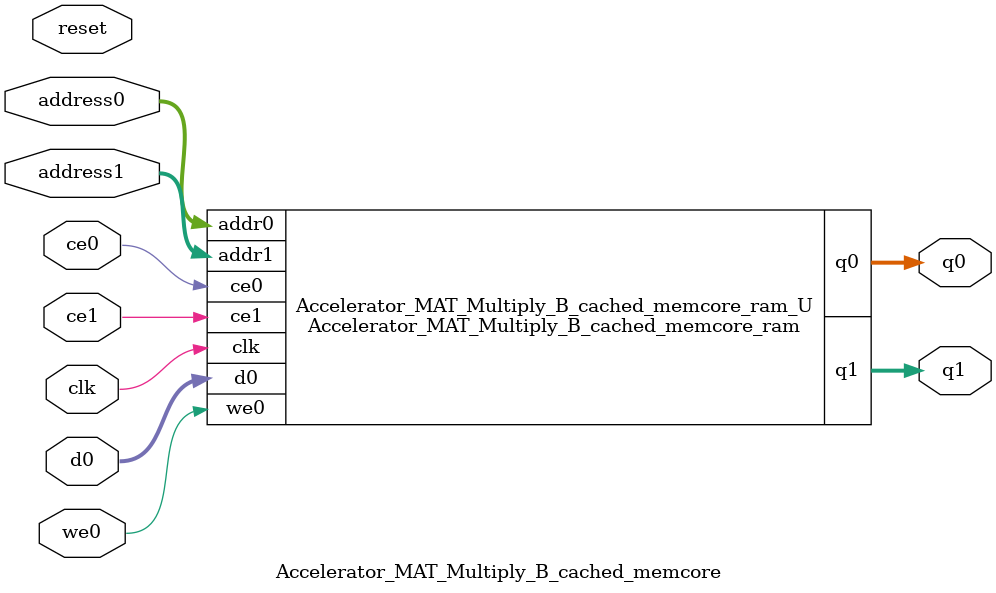
<source format=v>

`timescale 1 ns / 1 ps
module Accelerator_MAT_Multiply_B_cached_memcore_ram (addr0, ce0, d0, we0, q0, addr1, ce1, q1,  clk);

parameter DWIDTH = 32;
parameter AWIDTH = 6;
parameter MEM_SIZE = 64;

input[AWIDTH-1:0] addr0;
input ce0;
input[DWIDTH-1:0] d0;
input we0;
output reg[DWIDTH-1:0] q0;
input[AWIDTH-1:0] addr1;
input ce1;
output reg[DWIDTH-1:0] q1;
input clk;

(* ram_style = "block" *)reg [DWIDTH-1:0] ram[MEM_SIZE-1:0];




always @(posedge clk)  
begin 
    if (ce0) 
    begin
        if (we0) 
        begin 
            ram[addr0] <= d0; 
            q0 <= d0;
        end 
        else 
            q0 <= ram[addr0];
    end
end


always @(posedge clk)  
begin 
    if (ce1) 
    begin
            q1 <= ram[addr1];
    end
end


endmodule


`timescale 1 ns / 1 ps
module Accelerator_MAT_Multiply_B_cached_memcore(
    reset,
    clk,
    address0,
    ce0,
    we0,
    d0,
    q0,
    address1,
    ce1,
    q1);

parameter DataWidth = 32'd32;
parameter AddressRange = 32'd64;
parameter AddressWidth = 32'd6;
input reset;
input clk;
input[AddressWidth - 1:0] address0;
input ce0;
input we0;
input[DataWidth - 1:0] d0;
output[DataWidth - 1:0] q0;
input[AddressWidth - 1:0] address1;
input ce1;
output[DataWidth - 1:0] q1;



Accelerator_MAT_Multiply_B_cached_memcore_ram Accelerator_MAT_Multiply_B_cached_memcore_ram_U(
    .clk( clk ),
    .addr0( address0 ),
    .ce0( ce0 ),
    .d0( d0 ),
    .we0( we0 ),
    .q0( q0 ),
    .addr1( address1 ),
    .ce1( ce1 ),
    .q1( q1 ));

endmodule


</source>
